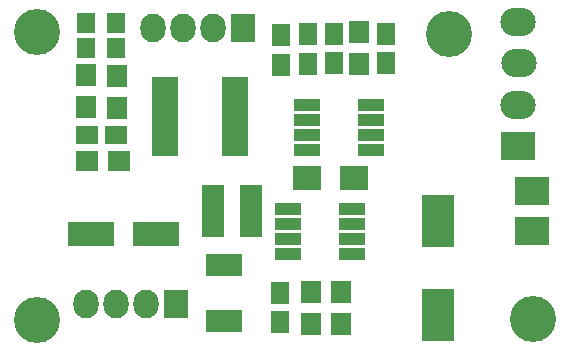
<source format=gbr>
G04 #@! TF.FileFunction,Soldermask,Top*
%FSLAX46Y46*%
G04 Gerber Fmt 4.6, Leading zero omitted, Abs format (unit mm)*
G04 Created by KiCad (PCBNEW 4.0.2-stable) date 7/4/2016 11:44:18 PM*
%MOMM*%
G01*
G04 APERTURE LIST*
%ADD10C,0.100000*%
%ADD11C,3.900000*%
%ADD12R,2.200000X0.850000*%
%ADD13R,2.127200X2.432000*%
%ADD14O,2.127200X2.432000*%
%ADD15R,1.700000X1.900000*%
%ADD16R,2.800300X4.400500*%
%ADD17R,1.650000X1.900000*%
%ADD18R,3.999180X2.000200*%
%ADD19R,1.900000X1.650000*%
%ADD20R,3.100020X1.901140*%
%ADD21R,1.598880X1.800000*%
%ADD22R,2.900000X2.400000*%
%ADD23R,1.900000X4.400000*%
%ADD24R,1.900000X1.700000*%
%ADD25R,2.200000X1.000000*%
%ADD26R,2.400000X2.100000*%
%ADD27R,3.000000X2.400000*%
%ADD28O,3.000000X2.400000*%
G04 APERTURE END LIST*
D10*
D11*
X165100000Y-73152000D03*
X172267880Y-97289620D03*
X130200400Y-97320100D03*
D12*
X146993400Y-83049300D03*
X146993400Y-82399300D03*
X146993400Y-81749300D03*
X146993400Y-81099300D03*
X146993400Y-80449300D03*
X146993400Y-79799300D03*
X146993400Y-79149300D03*
X146993400Y-78499300D03*
X146993400Y-77849300D03*
X146993400Y-77199300D03*
X141093400Y-77199300D03*
X141093400Y-77849300D03*
X141093400Y-78499300D03*
X141093400Y-79149300D03*
X141093400Y-79799300D03*
X141093400Y-80449300D03*
X141093400Y-81099300D03*
X141093400Y-81749300D03*
X141093400Y-82399300D03*
X141093400Y-83049300D03*
D13*
X147701000Y-72656700D03*
D14*
X145161000Y-72656700D03*
X142621000Y-72656700D03*
X140081000Y-72656700D03*
D15*
X153441400Y-97704900D03*
X153441400Y-95004900D03*
X155956000Y-94979500D03*
X155956000Y-97679500D03*
D16*
X164185600Y-88963500D03*
X164185600Y-96964500D03*
D17*
X159791400Y-75633900D03*
X159791400Y-73133900D03*
X155371800Y-75613900D03*
X155371800Y-73113900D03*
X153136600Y-73164700D03*
X153136600Y-75664700D03*
X150926800Y-75730100D03*
X150926800Y-73230100D03*
X150825200Y-95054100D03*
X150825200Y-97554100D03*
D18*
X140342620Y-90106500D03*
X134840980Y-90106500D03*
D19*
X136962200Y-81699100D03*
X134462200Y-81699100D03*
D20*
X146075400Y-92659200D03*
X146075400Y-97459800D03*
D21*
X134366000Y-72242680D03*
X134366000Y-74340720D03*
X136956800Y-72217280D03*
X136956800Y-74315320D03*
D22*
X172135800Y-86438000D03*
X172135800Y-89838000D03*
D23*
X145110200Y-88150700D03*
X148361400Y-88150700D03*
D13*
X141986000Y-95999300D03*
D14*
X139446000Y-95999300D03*
X136906000Y-95999300D03*
X134366000Y-95999300D03*
D15*
X157530800Y-75661500D03*
X157530800Y-72961500D03*
X134340600Y-79340700D03*
X134340600Y-76640700D03*
D24*
X134451100Y-83934300D03*
X137151100Y-83934300D03*
D15*
X136982200Y-79391500D03*
X136982200Y-76691500D03*
D25*
X153103600Y-79159100D03*
X153103600Y-80429100D03*
X153103600Y-81699100D03*
X153103600Y-82969100D03*
X158503600Y-82969100D03*
X158503600Y-81699100D03*
X158503600Y-80429100D03*
X158503600Y-79159100D03*
X151478000Y-87960200D03*
X151478000Y-89230200D03*
X151478000Y-90500200D03*
X151478000Y-91770200D03*
X156878000Y-91770200D03*
X156878000Y-90500200D03*
X156878000Y-89230200D03*
X156878000Y-87960200D03*
D11*
X130200400Y-72976740D03*
D26*
X153067000Y-85369400D03*
X157067000Y-85369400D03*
D27*
X170932000Y-82636000D03*
D28*
X170942000Y-79136000D03*
X171012000Y-75636000D03*
X170932000Y-72136000D03*
M02*

</source>
